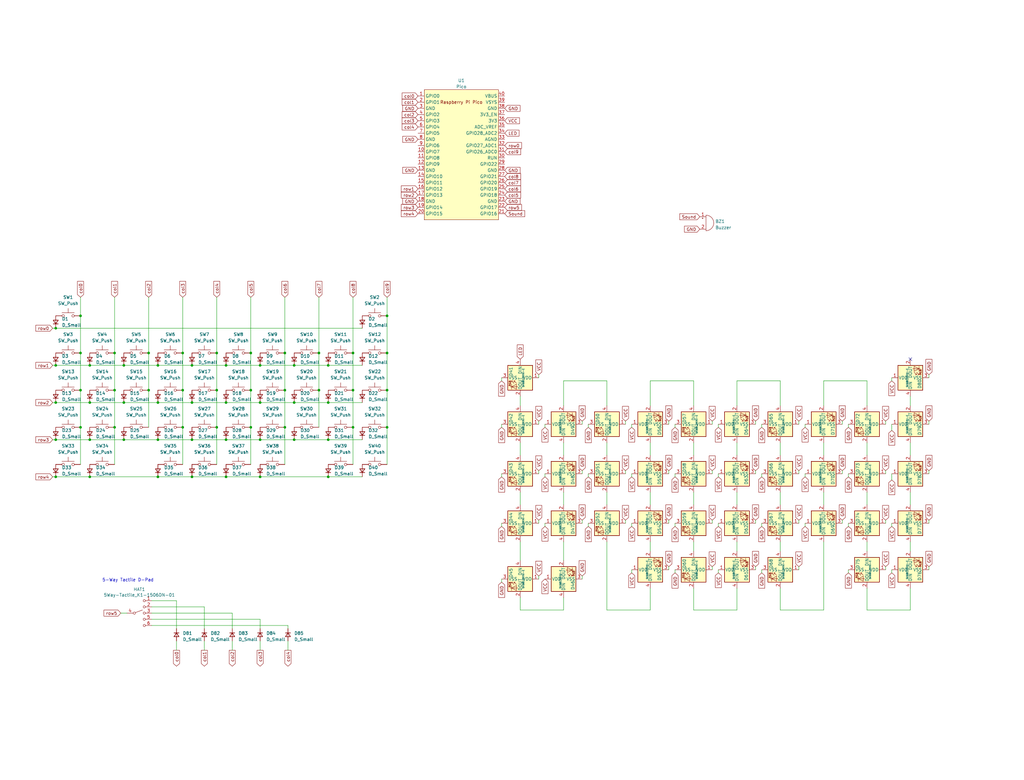
<source format=kicad_sch>
(kicad_sch (version 20230121) (generator eeschema)
  (paper "User" 419.989 319.989)
  (junction (at 102.87 175.26))
  (junction (at 22.86 195.58))
  (junction (at 88.9 175.26))
  (junction (at 144.78 144.78))
  (junction (at 50.8 180.34))
  (junction (at 64.77 165.1))
  (junction (at 144.78 175.26))
  (junction (at 88.9 144.78))
  (junction (at 92.71 180.34))
  (junction (at 158.75 160.02))
  (junction (at 36.83 149.86))
  (junction (at 130.81 144.78))
  (junction (at 36.83 180.34))
  (junction (at 134.62 165.1))
  (junction (at 106.68 195.58))
  (junction (at 106.68 165.1))
  (junction (at 116.84 160.02))
  (junction (at 46.99 175.26))
  (junction (at 102.87 160.02))
  (junction (at 102.87 144.78))
  (junction (at 64.77 149.86))
  (junction (at 120.65 165.1))
  (junction (at 78.74 180.34))
  (junction (at 46.99 144.78))
  (junction (at 92.71 149.86))
  (junction (at 22.86 149.86))
  (junction (at 60.96 144.78))
  (junction (at 120.65 149.86))
  (junction (at 64.77 195.58))
  (junction (at 78.74 195.58))
  (junction (at 74.93 144.78))
  (junction (at 144.78 160.02))
  (junction (at 130.81 160.02))
  (junction (at 36.83 195.58))
  (junction (at 116.84 144.78))
  (junction (at 22.86 165.1))
  (junction (at 33.02 175.26))
  (junction (at 106.68 149.86))
  (junction (at 36.83 165.1))
  (junction (at 50.8 165.1))
  (junction (at 74.93 160.02))
  (junction (at 33.02 129.54))
  (junction (at 158.75 144.78))
  (junction (at 78.74 165.1))
  (junction (at 106.68 180.34))
  (junction (at 46.99 160.02))
  (junction (at 134.62 149.86))
  (junction (at 120.65 180.34))
  (junction (at 33.02 144.78))
  (junction (at 158.75 175.26))
  (junction (at 134.62 195.58))
  (junction (at 64.77 180.34))
  (junction (at 92.71 165.1))
  (junction (at 60.96 160.02))
  (junction (at 88.9 160.02))
  (junction (at 33.02 160.02))
  (junction (at 78.74 149.86))
  (junction (at 22.86 134.62))
  (junction (at 116.84 175.26))
  (junction (at 134.62 180.34))
  (junction (at 92.71 195.58))
  (junction (at 74.93 175.26))
  (junction (at 50.8 149.86))
  (junction (at 22.86 180.34))
  (junction (at 158.75 129.54))
  (no_connect (at 373.38 147.32))
  (wire (pts (xy 83.82 262.89) (xy 83.82 266.7)))
  (wire (pts (xy 309.88 213.36) (xy 309.88 214.63)))
  (wire (pts (xy 337.82 166.37) (xy 337.82 156.21)))
  (wire (pts (xy 365.76 215.9) (xy 365.76 214.63)))
  (wire (pts (xy 64.77 165.1) (xy 78.74 165.1)))
  (wire (pts (xy 330.2 215.9) (xy 330.2 214.63)))
  (wire (pts (xy 347.98 175.26) (xy 347.98 173.99)))
  (wire (pts (xy 88.9 144.78) (xy 88.9 160.02)))
  (wire (pts (xy 238.76 236.22) (xy 238.76 237.49)))
  (wire (pts (xy 74.93 175.26) (xy 74.93 190.5)))
  (wire (pts (xy 231.14 156.21) (xy 248.92 156.21)))
  (wire (pts (xy 284.48 222.25) (xy 284.48 226.06)))
  (wire (pts (xy 363.22 213.36) (xy 363.22 214.63)))
  (wire (pts (xy 134.62 180.34) (xy 148.59 180.34)))
  (wire (pts (xy 337.82 156.21) (xy 355.6 156.21)))
  (wire (pts (xy 294.64 234.95) (xy 294.64 233.68)))
  (wire (pts (xy 213.36 201.93) (xy 213.36 207.01)))
  (wire (pts (xy 365.76 234.95) (xy 365.76 233.68)))
  (wire (pts (xy 327.66 232.41) (xy 327.66 233.68)))
  (wire (pts (xy 102.87 175.26) (xy 102.87 190.5)))
  (wire (pts (xy 363.22 193.04) (xy 363.22 194.31)))
  (wire (pts (xy 106.68 149.86) (xy 120.65 149.86)))
  (wire (pts (xy 116.84 121.92) (xy 116.84 144.78)))
  (wire (pts (xy 345.44 193.04) (xy 345.44 194.31)))
  (wire (pts (xy 21.59 149.86) (xy 22.86 149.86)))
  (wire (pts (xy 248.92 156.21) (xy 248.92 166.37)))
  (wire (pts (xy 46.99 144.78) (xy 46.99 160.02)))
  (wire (pts (xy 22.86 134.62) (xy 148.59 134.62)))
  (wire (pts (xy 365.76 176.53) (xy 365.76 173.99)))
  (wire (pts (xy 120.65 180.34) (xy 134.62 180.34)))
  (wire (pts (xy 347.98 234.95) (xy 347.98 233.68)))
  (wire (pts (xy 21.59 134.62) (xy 22.86 134.62)))
  (wire (pts (xy 144.78 121.92) (xy 144.78 144.78)))
  (wire (pts (xy 118.11 256.54) (xy 118.11 257.81)))
  (wire (pts (xy 106.68 254) (xy 106.68 257.81)))
  (wire (pts (xy 92.71 165.1) (xy 106.68 165.1)))
  (wire (pts (xy 276.86 215.9) (xy 276.86 214.63)))
  (wire (pts (xy 130.81 160.02) (xy 130.81 175.26)))
  (wire (pts (xy 259.08 215.9) (xy 259.08 214.63)))
  (wire (pts (xy 102.87 121.92) (xy 102.87 144.78)))
  (wire (pts (xy 74.93 144.78) (xy 74.93 160.02)))
  (wire (pts (xy 231.14 222.25) (xy 231.14 229.87)))
  (wire (pts (xy 120.65 165.1) (xy 134.62 165.1)))
  (wire (pts (xy 95.25 262.89) (xy 95.25 266.7)))
  (wire (pts (xy 50.8 165.1) (xy 64.77 165.1)))
  (wire (pts (xy 21.59 165.1) (xy 22.86 165.1)))
  (wire (pts (xy 337.82 222.25) (xy 337.82 250.19)))
  (wire (pts (xy 213.36 245.11) (xy 213.36 250.19)))
  (wire (pts (xy 223.52 175.26) (xy 223.52 173.99)))
  (wire (pts (xy 381 213.36) (xy 381 214.63)))
  (wire (pts (xy 330.2 195.58) (xy 330.2 194.31)))
  (wire (pts (xy 355.6 201.93) (xy 355.6 207.01)))
  (wire (pts (xy 320.04 156.21) (xy 320.04 166.37)))
  (wire (pts (xy 205.74 238.76) (xy 205.74 237.49)))
  (wire (pts (xy 78.74 180.34) (xy 92.71 180.34)))
  (wire (pts (xy 320.04 222.25) (xy 320.04 226.06)))
  (wire (pts (xy 274.32 232.41) (xy 274.32 233.68)))
  (wire (pts (xy 241.3 195.58) (xy 241.3 194.31)))
  (wire (pts (xy 36.83 195.58) (xy 64.77 195.58)))
  (wire (pts (xy 373.38 250.19) (xy 373.38 241.3)))
  (wire (pts (xy 274.32 193.04) (xy 274.32 194.31)))
  (wire (pts (xy 144.78 160.02) (xy 144.78 175.26)))
  (wire (pts (xy 284.48 201.93) (xy 284.48 207.01)))
  (wire (pts (xy 205.74 195.58) (xy 205.74 194.31)))
  (wire (pts (xy 50.8 149.86) (xy 64.77 149.86)))
  (wire (pts (xy 248.92 222.25) (xy 248.92 250.19)))
  (wire (pts (xy 72.39 246.38) (xy 72.39 257.81)))
  (wire (pts (xy 327.66 213.36) (xy 327.66 214.63)))
  (wire (pts (xy 294.64 215.9) (xy 294.64 214.63)))
  (wire (pts (xy 330.2 175.26) (xy 330.2 173.99)))
  (wire (pts (xy 158.75 175.26) (xy 158.75 190.5)))
  (wire (pts (xy 60.96 144.78) (xy 60.96 160.02)))
  (wire (pts (xy 220.98 153.67) (xy 220.98 154.94)))
  (wire (pts (xy 365.76 196.85) (xy 365.76 194.31)))
  (wire (pts (xy 337.82 201.93) (xy 337.82 207.01)))
  (wire (pts (xy 345.44 213.36) (xy 345.44 214.63)))
  (wire (pts (xy 22.86 195.58) (xy 36.83 195.58)))
  (wire (pts (xy 95.25 251.46) (xy 95.25 257.81)))
  (wire (pts (xy 292.1 172.72) (xy 292.1 173.99)))
  (wire (pts (xy 309.88 232.41) (xy 309.88 233.68)))
  (wire (pts (xy 88.9 175.26) (xy 88.9 190.5)))
  (wire (pts (xy 134.62 149.86) (xy 148.59 149.86)))
  (wire (pts (xy 223.52 195.58) (xy 223.52 194.31)))
  (wire (pts (xy 62.23 256.54) (xy 118.11 256.54)))
  (wire (pts (xy 231.14 201.93) (xy 231.14 207.01)))
  (wire (pts (xy 284.48 250.19) (xy 302.26 250.19)))
  (wire (pts (xy 144.78 144.78) (xy 144.78 160.02)))
  (wire (pts (xy 62.23 246.38) (xy 72.39 246.38)))
  (wire (pts (xy 106.68 195.58) (xy 134.62 195.58)))
  (wire (pts (xy 46.99 121.92) (xy 46.99 144.78)))
  (wire (pts (xy 78.74 165.1) (xy 92.71 165.1)))
  (wire (pts (xy 64.77 180.34) (xy 78.74 180.34)))
  (wire (pts (xy 284.48 181.61) (xy 284.48 186.69)))
  (wire (pts (xy 274.32 172.72) (xy 274.32 173.99)))
  (wire (pts (xy 266.7 222.25) (xy 266.7 226.06)))
  (wire (pts (xy 21.59 195.58) (xy 22.86 195.58)))
  (wire (pts (xy 158.75 144.78) (xy 158.75 160.02)))
  (wire (pts (xy 74.93 160.02) (xy 74.93 175.26)))
  (wire (pts (xy 22.86 165.1) (xy 36.83 165.1)))
  (wire (pts (xy 220.98 213.36) (xy 220.98 214.63)))
  (wire (pts (xy 213.36 181.61) (xy 213.36 186.69)))
  (wire (pts (xy 266.7 250.19) (xy 266.7 241.3)))
  (wire (pts (xy 102.87 144.78) (xy 102.87 160.02)))
  (wire (pts (xy 21.59 180.34) (xy 22.86 180.34)))
  (wire (pts (xy 320.04 241.3) (xy 320.04 250.19)))
  (wire (pts (xy 231.14 166.37) (xy 231.14 156.21)))
  (wire (pts (xy 292.1 213.36) (xy 292.1 214.63)))
  (wire (pts (xy 102.87 160.02) (xy 102.87 175.26)))
  (wire (pts (xy 92.71 180.34) (xy 106.68 180.34)))
  (wire (pts (xy 158.75 160.02) (xy 158.75 175.26)))
  (wire (pts (xy 363.22 172.72) (xy 363.22 173.99)))
  (wire (pts (xy 223.52 215.9) (xy 223.52 214.63)))
  (wire (pts (xy 259.08 175.26) (xy 259.08 173.99)))
  (wire (pts (xy 312.42 215.9) (xy 312.42 214.63)))
  (wire (pts (xy 62.23 251.46) (xy 95.25 251.46)))
  (wire (pts (xy 205.74 215.9) (xy 205.74 214.63)))
  (wire (pts (xy 106.68 165.1) (xy 120.65 165.1)))
  (wire (pts (xy 238.76 213.36) (xy 238.76 214.63)))
  (wire (pts (xy 294.64 175.26) (xy 294.64 173.99)))
  (wire (pts (xy 294.64 195.58) (xy 294.64 194.31)))
  (wire (pts (xy 292.1 232.41) (xy 292.1 233.68)))
  (wire (pts (xy 312.42 175.26) (xy 312.42 173.99)))
  (wire (pts (xy 205.74 156.21) (xy 205.74 154.94)))
  (wire (pts (xy 46.99 175.26) (xy 46.99 190.5)))
  (wire (pts (xy 248.92 181.61) (xy 248.92 186.69)))
  (wire (pts (xy 144.78 175.26) (xy 144.78 190.5)))
  (wire (pts (xy 74.93 121.92) (xy 74.93 144.78)))
  (wire (pts (xy 213.36 250.19) (xy 231.14 250.19)))
  (wire (pts (xy 231.14 250.19) (xy 231.14 245.11)))
  (wire (pts (xy 256.54 193.04) (xy 256.54 194.31)))
  (wire (pts (xy 134.62 165.1) (xy 148.59 165.1)))
  (wire (pts (xy 231.14 181.61) (xy 231.14 186.69)))
  (wire (pts (xy 116.84 144.78) (xy 116.84 160.02)))
  (wire (pts (xy 241.3 175.26) (xy 241.3 173.99)))
  (wire (pts (xy 213.36 222.25) (xy 213.36 229.87)))
  (wire (pts (xy 118.11 262.89) (xy 118.11 266.7)))
  (wire (pts (xy 158.75 121.92) (xy 158.75 129.54)))
  (wire (pts (xy 238.76 193.04) (xy 238.76 194.31)))
  (wire (pts (xy 320.04 181.61) (xy 320.04 186.69)))
  (wire (pts (xy 302.26 250.19) (xy 302.26 241.3)))
  (wire (pts (xy 302.26 166.37) (xy 302.26 156.21)))
  (wire (pts (xy 205.74 175.26) (xy 205.74 173.99)))
  (wire (pts (xy 284.48 241.3) (xy 284.48 250.19)))
  (wire (pts (xy 312.42 234.95) (xy 312.42 233.68)))
  (wire (pts (xy 62.23 248.92) (xy 83.82 248.92)))
  (wire (pts (xy 248.92 201.93) (xy 248.92 207.01)))
  (wire (pts (xy 355.6 222.25) (xy 355.6 226.06)))
  (wire (pts (xy 116.84 160.02) (xy 116.84 175.26)))
  (wire (pts (xy 381 232.41) (xy 381 233.68)))
  (wire (pts (xy 292.1 193.04) (xy 292.1 194.31)))
  (wire (pts (xy 33.02 175.26) (xy 33.02 190.5)))
  (wire (pts (xy 302.26 222.25) (xy 302.26 226.06)))
  (wire (pts (xy 259.08 195.58) (xy 259.08 194.31)))
  (wire (pts (xy 355.6 181.61) (xy 355.6 186.69)))
  (wire (pts (xy 266.7 201.93) (xy 266.7 207.01)))
  (wire (pts (xy 88.9 121.92) (xy 88.9 144.78)))
  (wire (pts (xy 381 153.67) (xy 381 154.94)))
  (wire (pts (xy 33.02 129.54) (xy 33.02 144.78)))
  (wire (pts (xy 220.98 236.22) (xy 220.98 237.49)))
  (wire (pts (xy 22.86 180.34) (xy 36.83 180.34)))
  (wire (pts (xy 36.83 149.86) (xy 50.8 149.86)))
  (wire (pts (xy 78.74 195.58) (xy 92.71 195.58)))
  (wire (pts (xy 266.7 181.61) (xy 266.7 186.69)))
  (wire (pts (xy 337.82 181.61) (xy 337.82 186.69)))
  (wire (pts (xy 373.38 201.93) (xy 373.38 207.01)))
  (wire (pts (xy 92.71 195.58) (xy 106.68 195.58)))
  (wire (pts (xy 64.77 195.58) (xy 78.74 195.58)))
  (wire (pts (xy 130.81 144.78) (xy 130.81 160.02)))
  (wire (pts (xy 50.8 180.34) (xy 64.77 180.34)))
  (wire (pts (xy 381 172.72) (xy 381 173.99)))
  (wire (pts (xy 327.66 172.72) (xy 327.66 173.99)))
  (wire (pts (xy 327.66 193.04) (xy 327.66 194.31)))
  (wire (pts (xy 302.26 201.93) (xy 302.26 207.01)))
  (wire (pts (xy 373.38 181.61) (xy 373.38 186.69)))
  (wire (pts (xy 276.86 234.95) (xy 276.86 233.68)))
  (wire (pts (xy 106.68 262.89) (xy 106.68 266.7)))
  (wire (pts (xy 248.92 250.19) (xy 266.7 250.19)))
  (wire (pts (xy 347.98 195.58) (xy 347.98 194.31)))
  (wire (pts (xy 373.38 222.25) (xy 373.38 226.06)))
  (wire (pts (xy 46.99 160.02) (xy 46.99 175.26)))
  (wire (pts (xy 158.75 129.54) (xy 158.75 144.78)))
  (wire (pts (xy 60.96 121.92) (xy 60.96 144.78)))
  (wire (pts (xy 274.32 213.36) (xy 274.32 214.63)))
  (wire (pts (xy 355.6 241.3) (xy 355.6 250.19)))
  (wire (pts (xy 355.6 250.19) (xy 373.38 250.19)))
  (wire (pts (xy 320.04 201.93) (xy 320.04 207.01)))
  (wire (pts (xy 381 193.04) (xy 381 194.31)))
  (wire (pts (xy 355.6 156.21) (xy 355.6 166.37)))
  (wire (pts (xy 256.54 172.72) (xy 256.54 173.99)))
  (wire (pts (xy 220.98 193.04) (xy 220.98 194.31)))
  (wire (pts (xy 320.04 250.19) (xy 337.82 250.19)))
  (wire (pts (xy 266.7 166.37) (xy 266.7 156.21)))
  (wire (pts (xy 309.88 172.72) (xy 309.88 173.99)))
  (wire (pts (xy 276.86 175.26) (xy 276.86 173.99)))
  (wire (pts (xy 213.36 162.56) (xy 213.36 166.37)))
  (wire (pts (xy 312.42 195.58) (xy 312.42 194.31)))
  (wire (pts (xy 33.02 144.78) (xy 33.02 160.02)))
  (wire (pts (xy 64.77 149.86) (xy 78.74 149.86)))
  (wire (pts (xy 88.9 160.02) (xy 88.9 175.26)))
  (wire (pts (xy 33.02 121.92) (xy 33.02 129.54)))
  (wire (pts (xy 134.62 195.58) (xy 148.59 195.58)))
  (wire (pts (xy 62.23 254) (xy 106.68 254)))
  (wire (pts (xy 256.54 213.36) (xy 256.54 214.63)))
  (wire (pts (xy 130.81 121.92) (xy 130.81 144.78)))
  (wire (pts (xy 373.38 162.56) (xy 373.38 166.37)))
  (wire (pts (xy 83.82 248.92) (xy 83.82 257.81)))
  (wire (pts (xy 36.83 165.1) (xy 50.8 165.1)))
  (wire (pts (xy 284.48 156.21) (xy 284.48 166.37)))
  (wire (pts (xy 309.88 193.04) (xy 309.88 194.31)))
  (wire (pts (xy 302.26 181.61) (xy 302.26 186.69)))
  (wire (pts (xy 60.96 160.02) (xy 60.96 175.26)))
  (wire (pts (xy 52.07 251.46) (xy 49.53 251.46)))
  (wire (pts (xy 241.3 215.9) (xy 241.3 214.63)))
  (wire (pts (xy 276.86 195.58) (xy 276.86 194.31)))
  (wire (pts (xy 220.98 172.72) (xy 220.98 173.99)))
  (wire (pts (xy 106.68 180.34) (xy 120.65 180.34)))
  (wire (pts (xy 92.71 149.86) (xy 106.68 149.86)))
  (wire (pts (xy 120.65 149.86) (xy 134.62 149.86)))
  (wire (pts (xy 345.44 172.72) (xy 345.44 173.99)))
  (wire (pts (xy 22.86 149.86) (xy 36.83 149.86)))
  (wire (pts (xy 259.08 234.95) (xy 259.08 233.68)))
  (wire (pts (xy 78.74 149.86) (xy 92.71 149.86)))
  (wire (pts (xy 116.84 175.26) (xy 116.84 190.5)))
  (wire (pts (xy 365.76 156.21) (xy 365.76 154.94)))
  (wire (pts (xy 363.22 232.41) (xy 363.22 233.68)))
  (wire (pts (xy 72.39 262.89) (xy 72.39 266.7)))
  (wire (pts (xy 36.83 180.34) (xy 50.8 180.34)))
  (wire (pts (xy 238.76 172.72) (xy 238.76 173.99)))
  (wire (pts (xy 302.26 156.21) (xy 320.04 156.21)))
  (wire (pts (xy 266.7 156.21) (xy 284.48 156.21)))
  (wire (pts (xy 33.02 160.02) (xy 33.02 175.26)))
  (wire (pts (xy 347.98 215.9) (xy 347.98 214.63)))
  (text "5-Way Tactile D-Pad" (at 41.91 238.76 0) (effects (font (size 1.27 1.27)) (justify left bottom)))
  (global_label "GND" (shape input) (at 312.42 234.95 270) (property "Intersheetrefs" "${INTERSHEET_REFS}" (effects hide)))
  (global_label "VCC" (shape input) (at 220.98 193.04 90) (property "Intersheetrefs" "${INTERSHEET_REFS}" (effects hide)))
  (global_label "GND" (shape input) (at 347.98 234.95 270) (property "Intersheetrefs" "${INTERSHEET_REFS}" (effects hide)))
  (global_label "GND" (shape input) (at 205.74 156.21 270) (property "Intersheetrefs" "${INTERSHEET_REFS}" (effects hide)))
  (global_label "col1" (shape input) (at 171.45 41.91 180) (property "Intersheetrefs" "${INTERSHEET_REFS}" (effects hide)))
  (global_label "VCC" (shape input) (at 256.54 193.04 90) (property "Intersheetrefs" "${INTERSHEET_REFS}" (effects hide)))
  (global_label "VCC" (shape input) (at 223.52 215.9 270) (property "Intersheetrefs" "${INTERSHEET_REFS}" (effects hide)))
  (global_label "GND" (shape input) (at 309.88 172.72 90) (property "Intersheetrefs" "${INTERSHEET_REFS}" (effects hide)))
  (global_label "VCC" (shape input) (at 223.52 195.58 270) (property "Intersheetrefs" "${INTERSHEET_REFS}" (effects hide)))
  (global_label "VCC" (shape input) (at 220.98 236.22 90) (property "Intersheetrefs" "${INTERSHEET_REFS}" (effects hide)))
  (global_label "VCC" (shape input) (at 223.52 175.26 270) (property "Intersheetrefs" "${INTERSHEET_REFS}" (effects hide)))
  (global_label "VCC" (shape input) (at 327.66 213.36 90) (property "Intersheetrefs" "${INTERSHEET_REFS}" (effects hide)))
  (global_label "row3" (shape input) (at 171.45 85.09 180) (property "Intersheetrefs" "${INTERSHEET_REFS}" (effects hide)))
  (global_label "col1" (shape input) (at 46.99 121.92 90) (property "Intersheetrefs" "${INTERSHEET_REFS}" (effects hide)))
  (global_label "GND" (shape input) (at 276.86 215.9 270) (property "Intersheetrefs" "${INTERSHEET_REFS}" (effects hide)))
  (global_label "GND" (shape input) (at 207.01 82.55 0) (property "Intersheetrefs" "${INTERSHEET_REFS}" (effects hide)))
  (global_label "col8" (shape input) (at 144.78 121.92 90) (property "Intersheetrefs" "${INTERSHEET_REFS}" (effects hide)))
  (global_label "GND" (shape input) (at 238.76 236.22 90) (property "Intersheetrefs" "${INTERSHEET_REFS}" (effects hide)))
  (global_label "row4" (shape input) (at 21.59 195.58 180) (property "Intersheetrefs" "${INTERSHEET_REFS}" (effects hide)))
  (global_label "row1" (shape input) (at 21.59 149.86 180) (property "Intersheetrefs" "${INTERSHEET_REFS}" (effects hide)))
  (global_label "GND" (shape input) (at 312.42 215.9 270) (property "Intersheetrefs" "${INTERSHEET_REFS}" (effects hide)))
  (global_label "GND" (shape input) (at 205.74 238.76 270) (property "Intersheetrefs" "${INTERSHEET_REFS}" (effects hide)))
  (global_label "VCC" (shape input) (at 292.1 213.36 90) (property "Intersheetrefs" "${INTERSHEET_REFS}" (effects hide)))
  (global_label "VCC" (shape input) (at 327.66 193.04 90) (property "Intersheetrefs" "${INTERSHEET_REFS}" (effects hide)))
  (global_label "GND" (shape input) (at 381 193.04 90) (property "Intersheetrefs" "${INTERSHEET_REFS}" (effects hide)))
  (global_label "GND" (shape input) (at 345.44 193.04 90) (property "Intersheetrefs" "${INTERSHEET_REFS}" (effects hide)))
  (global_label "GND" (shape input) (at 238.76 193.04 90) (property "Intersheetrefs" "${INTERSHEET_REFS}" (effects hide)))
  (global_label "GND" (shape input) (at 276.86 234.95 270) (property "Intersheetrefs" "${INTERSHEET_REFS}" (effects hide)))
  (global_label "GND" (shape input) (at 381 213.36 90) (property "Intersheetrefs" "${INTERSHEET_REFS}" (effects hide)))
  (global_label "VCC" (shape input) (at 365.76 196.85 270) (property "Intersheetrefs" "${INTERSHEET_REFS}" (effects hide)))
  (global_label "col3" (shape input) (at 74.93 121.92 90) (property "Intersheetrefs" "${INTERSHEET_REFS}" (effects hide)))
  (global_label "VCC" (shape input) (at 259.08 215.9 270) (property "Intersheetrefs" "${INTERSHEET_REFS}" (effects hide)))
  (global_label "VCC" (shape input) (at 292.1 172.72 90) (property "Intersheetrefs" "${INTERSHEET_REFS}" (effects hide)))
  (global_label "col6" (shape input) (at 116.84 121.92 90) (property "Intersheetrefs" "${INTERSHEET_REFS}" (effects hide)))
  (global_label "GND" (shape input) (at 207.01 44.45 0) (property "Intersheetrefs" "${INTERSHEET_REFS}" (effects hide)))
  (global_label "VCC" (shape input) (at 365.76 215.9 270) (property "Intersheetrefs" "${INTERSHEET_REFS}" (effects hide)))
  (global_label "col2" (shape output) (at 95.25 266.7 270) (property "Intersheetrefs" "${INTERSHEET_REFS}" (effects hide)))
  (global_label "col5" (shape input) (at 102.87 121.92 90) (property "Intersheetrefs" "${INTERSHEET_REFS}" (effects hide)))
  (global_label "VCC" (shape input) (at 256.54 213.36 90) (property "Intersheetrefs" "${INTERSHEET_REFS}" (effects hide)))
  (global_label "col7" (shape input) (at 130.81 121.92 90) (property "Intersheetrefs" "${INTERSHEET_REFS}" (effects hide)))
  (global_label "row1" (shape input) (at 171.45 77.47 180) (property "Intersheetrefs" "${INTERSHEET_REFS}" (effects hide)))
  (global_label "VCC" (shape input) (at 256.54 172.72 90) (property "Intersheetrefs" "${INTERSHEET_REFS}" (effects hide)))
  (global_label "GND" (shape input) (at 276.86 175.26 270) (property "Intersheetrefs" "${INTERSHEET_REFS}" (effects hide)))
  (global_label "VCC" (shape input) (at 292.1 193.04 90) (property "Intersheetrefs" "${INTERSHEET_REFS}" (effects hide)))
  (global_label "col0" (shape input) (at 171.45 39.37 180) (property "Intersheetrefs" "${INTERSHEET_REFS}" (effects hide)))
  (global_label "GND" (shape input) (at 274.32 172.72 90) (property "Intersheetrefs" "${INTERSHEET_REFS}" (effects hide)))
  (global_label "GND" (shape input) (at 171.45 44.45 180) (property "Intersheetrefs" "${INTERSHEET_REFS}" (effects hide)))
  (global_label "VCC" (shape input) (at 365.76 156.21 270) (property "Intersheetrefs" "${INTERSHEET_REFS}" (effects hide)))
  (global_label "col3" (shape input) (at 171.45 49.53 180) (property "Intersheetrefs" "${INTERSHEET_REFS}" (effects hide)))
  (global_label "VCC" (shape input) (at 259.08 234.95 270) (property "Intersheetrefs" "${INTERSHEET_REFS}" (effects hide)))
  (global_label "VCC" (shape input) (at 223.52 237.49 270) (property "Intersheetrefs" "${INTERSHEET_REFS}" (effects hide)))
  (global_label "GND" (shape input) (at 345.44 172.72 90) (property "Intersheetrefs" "${INTERSHEET_REFS}" (effects hide)))
  (global_label "row5" (shape input) (at 207.01 85.09 0) (property "Intersheetrefs" "${INTERSHEET_REFS}" (effects hide)))
  (global_label "col9" (shape input) (at 158.75 121.92 90) (property "Intersheetrefs" "${INTERSHEET_REFS}" (effects hide)))
  (global_label "GND" (shape input) (at 276.86 195.58 270) (property "Intersheetrefs" "${INTERSHEET_REFS}" (effects hide)))
  (global_label "col4" (shape input) (at 171.45 52.07 180) (property "Intersheetrefs" "${INTERSHEET_REFS}" (effects hide)))
  (global_label "col0" (shape output) (at 72.39 266.7 270) (property "Intersheetrefs" "${INTERSHEET_REFS}" (effects hide)))
  (global_label "col8" (shape input) (at 207.01 72.39 0) (property "Intersheetrefs" "${INTERSHEET_REFS}" (effects hide)))
  (global_label "VCC" (shape input) (at 294.64 234.95 270) (property "Intersheetrefs" "${INTERSHEET_REFS}" (effects hide)))
  (global_label "VCC" (shape input) (at 330.2 215.9 270) (property "Intersheetrefs" "${INTERSHEET_REFS}" (effects hide)))
  (global_label "VCC" (shape input) (at 330.2 175.26 270) (property "Intersheetrefs" "${INTERSHEET_REFS}" (effects hide)))
  (global_label "GND" (shape input) (at 241.3 215.9 270) (property "Intersheetrefs" "${INTERSHEET_REFS}" (effects hide)))
  (global_label "col5" (shape input) (at 207.01 80.01 0) (property "Intersheetrefs" "${INTERSHEET_REFS}" (effects hide)))
  (global_label "col2" (shape input) (at 60.96 121.92 90) (property "Intersheetrefs" "${INTERSHEET_REFS}" (effects hide)))
  (global_label "GND" (shape input) (at 274.32 213.36 90) (property "Intersheetrefs" "${INTERSHEET_REFS}" (effects hide)))
  (global_label "VCC" (shape input) (at 330.2 195.58 270) (property "Intersheetrefs" "${INTERSHEET_REFS}" (effects hide)))
  (global_label "GND" (shape input) (at 205.74 195.58 270) (property "Intersheetrefs" "${INTERSHEET_REFS}" (effects hide)))
  (global_label "GND" (shape input) (at 381 153.67 90) (property "Intersheetrefs" "${INTERSHEET_REFS}" (effects hide)))
  (global_label "col9" (shape input) (at 207.01 62.23 0) (property "Intersheetrefs" "${INTERSHEET_REFS}" (effects hide)))
  (global_label "VCC" (shape input) (at 365.76 234.95 270) (property "Intersheetrefs" "${INTERSHEET_REFS}" (effects hide)))
  (global_label "VCC" (shape input) (at 259.08 195.58 270) (property "Intersheetrefs" "${INTERSHEET_REFS}" (effects hide)))
  (global_label "GND" (shape input) (at 205.74 175.26 270) (property "Intersheetrefs" "${INTERSHEET_REFS}" (effects hide)))
  (global_label "Sound" (shape input) (at 207.01 87.63 0) (property "Intersheetrefs" "${INTERSHEET_REFS}" (effects hide)))
  (global_label "GND" (shape input) (at 345.44 213.36 90) (property "Intersheetrefs" "${INTERSHEET_REFS}" (effects hide)))
  (global_label "VCC" (shape input) (at 220.98 153.67 90) (property "Intersheetrefs" "${INTERSHEET_REFS}" (effects hide)))
  (global_label "VCC" (shape input) (at 220.98 213.36 90) (property "Intersheetrefs" "${INTERSHEET_REFS}" (effects hide)))
  (global_label "VCC" (shape input) (at 327.66 172.72 90) (property "Intersheetrefs" "${INTERSHEET_REFS}" (effects hide)))
  (global_label "GND" (shape input) (at 238.76 172.72 90) (property "Intersheetrefs" "${INTERSHEET_REFS}" (effects hide)))
  (global_label "GND" (shape input) (at 241.3 175.26 270) (property "Intersheetrefs" "${INTERSHEET_REFS}" (effects hide)))
  (global_label "col7" (shape input) (at 207.01 74.93 0) (property "Intersheetrefs" "${INTERSHEET_REFS}" (effects hide)))
  (global_label "VCC" (shape input) (at 294.64 175.26 270) (property "Intersheetrefs" "${INTERSHEET_REFS}" (effects hide)))
  (global_label "GND" (shape input) (at 171.45 82.55 180) (property "Intersheetrefs" "${INTERSHEET_REFS}" (effects hide)))
  (global_label "VCC" (shape input) (at 363.22 193.04 90) (property "Intersheetrefs" "${INTERSHEET_REFS}" (effects hide)))
  (global_label "GND" (shape input) (at 241.3 195.58 270) (property "Intersheetrefs" "${INTERSHEET_REFS}" (effects hide)))
  (global_label "GND" (shape input) (at 381 232.41 90) (property "Intersheetrefs" "${INTERSHEET_REFS}" (effects hide)))
  (global_label "col4" (shape input) (at 88.9 121.92 90) (property "Intersheetrefs" "${INTERSHEET_REFS}" (effects hide)))
  (global_label "VCC" (shape input) (at 294.64 195.58 270) (property "Intersheetrefs" "${INTERSHEET_REFS}" (effects hide)))
  (global_label "GND" (shape input) (at 347.98 195.58 270) (property "Intersheetrefs" "${INTERSHEET_REFS}" (effects hide)))
  (global_label "GND" (shape input) (at 287.02 93.98 180) (property "Intersheetrefs" "${INTERSHEET_REFS}" (effects hide)))
  (global_label "col6" (shape input) (at 207.01 77.47 0) (property "Intersheetrefs" "${INTERSHEET_REFS}" (effects hide)))
  (global_label "GND" (shape input) (at 347.98 215.9 270) (property "Intersheetrefs" "${INTERSHEET_REFS}" (effects hide)))
  (global_label "col0" (shape input) (at 33.02 121.92 90) (property "Intersheetrefs" "${INTERSHEET_REFS}" (effects hide)))
  (global_label "col3" (shape output) (at 106.68 266.7 270) (property "Intersheetrefs" "${INTERSHEET_REFS}" (effects hide)))
  (global_label "col4" (shape output) (at 118.11 266.7 270) (property "Intersheetrefs" "${INTERSHEET_REFS}" (effects hide)))
  (global_label "VCC" (shape input) (at 207.01 49.53 0) (property "Intersheetrefs" "${INTERSHEET_REFS}" (effects hide)))
  (global_label "GND" (shape input) (at 274.32 232.41 90) (property "Intersheetrefs" "${INTERSHEET_REFS}" (effects hide)))
  (global_label "row4" (shape input) (at 171.45 87.63 180) (property "Intersheetrefs" "${INTERSHEET_REFS}" (effects hide)))
  (global_label "GND" (shape input) (at 171.45 57.15 180) (property "Intersheetrefs" "${INTERSHEET_REFS}" (effects hide)))
  (global_label "VCC" (shape input) (at 294.64 215.9 270) (property "Intersheetrefs" "${INTERSHEET_REFS}" (effects hide)))
  (global_label "VCC" (shape input) (at 363.22 213.36 90) (property "Intersheetrefs" "${INTERSHEET_REFS}" (effects hide)))
  (global_label "GND" (shape input) (at 312.42 195.58 270) (property "Intersheetrefs" "${INTERSHEET_REFS}" (effects hide)))
  (global_label "LED" (shape input) (at 207.01 54.61 0) (property "Intersheetrefs" "${INTERSHEET_REFS}" (effects hide)))
  (global_label "VCC" (shape input) (at 363.22 232.41 90) (property "Intersheetrefs" "${INTERSHEET_REFS}" (effects hide)))
  (global_label "GND" (shape input) (at 309.88 232.41 90) (property "Intersheetrefs" "${INTERSHEET_REFS}" (effects hide)))
  (global_label "row0" (shape input) (at 21.59 134.62 180) (property "Intersheetrefs" "${INTERSHEET_REFS}" (effects hide)))
  (global_label "GND" (shape input) (at 309.88 193.04 90) (property "Intersheetrefs" "${INTERSHEET_REFS}" (effects hide)))
  (global_label "GND" (shape input) (at 381 172.72 90) (property "Intersheetrefs" "${INTERSHEET_REFS}" (effects hide)))
  (global_label "GND" (shape input) (at 312.42 175.26 270) (property "Intersheetrefs" "${INTERSHEET_REFS}" (effects hide)))
  (global_label "VCC" (shape input) (at 327.66 232.41 90) (property "Intersheetrefs" "${INTERSHEET_REFS}" (effects hide)))
  (global_label "VCC" (shape input) (at 220.98 172.72 90) (property "Intersheetrefs" "${INTERSHEET_REFS}" (effects hide)))
  (global_label "GND" (shape input) (at 171.45 69.85 180) (property "Intersheetrefs" "${INTERSHEET_REFS}" (effects hide)))
  (global_label "GND" (shape input) (at 274.32 193.04 90) (property "Intersheetrefs" "${INTERSHEET_REFS}" (effects hide)))
  (global_label "GND" (shape input) (at 347.98 175.26 270) (property "Intersheetrefs" "${INTERSHEET_REFS}" (effects hide)))
  (global_label "row0" (shape input) (at 207.01 59.69 0) (property "Intersheetrefs" "${INTERSHEET_REFS}" (effects hide)))
  (global_label "GND" (shape input) (at 238.76 213.36 90) (property "Intersheetrefs" "${INTERSHEET_REFS}" (effects hide)))
  (global_label "VCC" (shape input) (at 292.1 232.41 90) (property "Intersheetrefs" "${INTERSHEET_REFS}" (effects hide)))
  (global_label "col1" (shape output) (at 83.82 266.7 270) (property "Intersheetrefs" "${INTERSHEET_REFS}" (effects hide)))
  (global_label "row3" (shape input) (at 21.59 180.34 180) (property "Intersheetrefs" "${INTERSHEET_REFS}" (effects hide)))
  (global_label "LED" (shape input) (at 213.36 147.32 90) (property "Intersheetrefs" "${INTERSHEET_REFS}" (effects hide)))
  (global_label "GND" (shape input) (at 207.01 69.85 0) (property "Intersheetrefs" "${INTERSHEET_REFS}" (effects hide)))
  (global_label "row5" (shape input) (at 49.53 251.46 180) (property "Intersheetrefs" "${INTERSHEET_REFS}" (effects hide)))
  (global_label "GND" (shape input) (at 309.88 213.36 90) (property "Intersheetrefs" "${INTERSHEET_REFS}" (effects hide)))
  (global_label "row2" (shape input) (at 21.59 165.1 180) (property "Intersheetrefs" "${INTERSHEET_REFS}" (effects hide)))
  (global_label "col2" (shape input) (at 171.45 46.99 180) (property "Intersheetrefs" "${INTERSHEET_REFS}" (effects hide)))
  (global_label "Sound" (shape input) (at 287.02 88.9 180) (property "Intersheetrefs" "${INTERSHEET_REFS}" (effects hide)))
  (global_label "VCC" (shape input) (at 363.22 172.72 90) (property "Intersheetrefs" "${INTERSHEET_REFS}" (effects hide)))
  (global_label "VCC" (shape input) (at 365.76 176.53 270) (property "Intersheetrefs" "${INTERSHEET_REFS}" (effects hide)))
  (global_label "GND" (shape input) (at 205.74 215.9 270) (property "Intersheetrefs" "${INTERSHEET_REFS}" (effects hide)))
  (global_label "VCC" (shape input) (at 259.08 175.26 270) (property "Intersheetrefs" "${INTERSHEET_REFS}" (effects hide)))
  (global_label "row2" (shape input) (at 171.45 80.01 180) (property "Intersheetrefs" "${INTERSHEET_REFS}" (effects hide)))
  (symbol (lib_id "Best Symbol Library Final v3:SW_Push") (at 27.94 144.78 0) (unit 1)
    (property "Reference" "SW3" (at 27.94 137.16 0))
    (property "Value" "SW_Push" (at 27.94 139.7 0))
    (property "Footprint" "UWUmasterGatekeeperHusoLib:Kailh_socket_PG1350 LED Window ME Version V2 mit 3d purpz" (effects hide))
  )
  (symbol (lib_id "Best Symbol Library Final v3:SW_Push") (at 97.79 190.5 0) (unit 1)
    (property "Reference" "SW37" (at 97.79 182.88 0))
    (property "Value" "SW_Push" (at 97.79 185.42 0))
    (property "Footprint" "UWUmasterGatekeeperHusoLib:Kailh_socket_PG1350 LED Window ME Version V2 mit 3d purpz" (effects hide))
  )
  (symbol (lib_id "Best Symbol Library Final v3:D_Small") (at 64.77 162.56 90) (unit 1)
    (property "Reference" "D16" (at 67.31 161.2899 90) (effects (justify right)))
    (property "Value" "D_Small" (at 67.31 163.8299 90) (effects (justify right)))
    (property "Footprint" "UWUmasterGatekeeperHusoLib:Diode_SOD123 triangle clean" (effects hide))
  )
  (symbol (lib_id "Best Symbol Library Final v3:SK6812MINI-E") (at 248.92 173.99 270) (unit 1)
    (property "Reference" "D50" (at 245.11 171.45 0))
    (property "Value" "SK6812MINI-E" (at 250.19 173.99 0) (effects (font (size 0.7 0.7))))
    (property "Footprint" "UWUmasterGatekeeperHusoLib:SK6812-MINI-E mit LED v2 ohne silk LED FRAME" (effects hide))
  )
  (symbol (lib_id "Best Symbol Library Final v3:SW_Push") (at 139.7 190.5 0) (unit 1)
    (property "Reference" "SW39" (at 139.7 182.88 0))
    (property "Value" "SW_Push" (at 139.7 185.42 0))
    (property "Footprint" "UWUmasterGatekeeperHusoLib:Kailh_socket_PG1350 LED Window ME Version V2 mit 3d purpz" (effects hide))
  )
  (symbol (lib_id "Best Symbol Library Final v3:SW_Push") (at 27.94 190.5 0) (unit 1)
    (property "Reference" "SW33" (at 27.94 182.88 0))
    (property "Value" "SW_Push" (at 27.94 185.42 0))
    (property "Footprint" "UWUmasterGatekeeperHusoLib:Kailh_socket_PG1350 LED Window ME Version V2 mit 3d purpz" (effects hide))
  )
  (symbol (lib_id "Best Symbol Library Final v3:SW_Push") (at 111.76 144.78 0) (unit 1)
    (property "Reference" "SW9" (at 111.76 137.16 0))
    (property "Value" "SW_Push" (at 111.76 139.7 0))
    (property "Footprint" "UWUmasterGatekeeperHusoLib:Kailh_socket_PG1350 LED Window ME Version V2 mit 3d purpz" (effects hide))
  )
  (symbol (lib_id "Best Symbol Library Final v3:SK6812MINI-E") (at 373.38 233.68 90) (unit 1)
    (property "Reference" "D76" (at 377.19 236.22 0))
    (property "Value" "SK6812MINI-E" (at 372.11 233.68 0) (effects (font (size 0.7 0.7))))
    (property "Footprint" "UWUmasterGatekeeperHusoLib:SK6812-MINI-E mit LED v2 ohne silk LED FRAME" (effects hide))
  )
  (symbol (lib_id "Best Symbol Library Final v3:D_Small") (at 106.68 177.8 90) (unit 1)
    (property "Reference" "D29" (at 109.22 176.5299 90) (effects (justify right)))
    (property "Value" "D_Small" (at 109.22 179.0699 90) (effects (justify right)))
    (property "Footprint" "UWUmasterGatekeeperHusoLib:Diode_SOD123 triangle clean" (effects hide))
  )
  (symbol (lib_id "Best Symbol Library Final v3:D_Small") (at 95.25 260.35 270) (unit 1)
    (property "Reference" "D83" (at 97.79 259.715 90) (effects (justify left)))
    (property "Value" "D_Small" (at 97.79 262.255 90) (effects (justify left)))
    (property "Footprint" "UWUmasterGatekeeperHusoLib:Diode_SOD123 triangle clean" (effects hide))
  )
  (symbol (lib_id "Best Symbol Library Final v3:SW_Push") (at 83.82 190.5 0) (unit 1)
    (property "Reference" "SW36" (at 83.82 182.88 0))
    (property "Value" "SW_Push" (at 83.82 185.42 0))
    (property "Footprint" "UWUmasterGatekeeperHusoLib:Kailh_socket_PG1350 LED Window ME Version V2 mit 3d purpz" (effects hide))
  )
  (symbol (lib_id "Best Symbol Library Final v3:D_Small") (at 148.59 193.04 90) (unit 1)
    (property "Reference" "D40" (at 151.13 191.7699 90) (effects (justify right)))
    (property "Value" "D_Small" (at 151.13 194.3099 90) (effects (justify right)))
    (property "Footprint" "UWUmasterGatekeeperHusoLib:Diode_SOD123 triangle clean" (effects hide))
  )
  (symbol (lib_id "Best Symbol Library Final v3:SK6812MINI-E") (at 302.26 194.31 90) (unit 1)
    (property "Reference" "D63" (at 306.07 196.85 0))
    (property "Value" "SK6812MINI-E" (at 300.99 194.31 0) (effects (font (size 0.7 0.7))))
    (property "Footprint" "UWUmasterGatekeeperHusoLib:SK6812-MINI-E mit LED v2 ohne silk LED FRAME" (effects hide))
  )
  (symbol (lib_id "Best Symbol Library Final v3:SK6812MINI-E") (at 213.36 154.94 270) (unit 1)
    (property "Reference" "D41" (at 209.55 152.4 0))
    (property "Value" "SK6812MINI-E" (at 214.63 154.94 0) (effects (font (size 0.7 0.7))))
    (property "Footprint" "UWUmasterGatekeeperHusoLib:SK6812-MINI-E mit LED v2 ohne silk LED FRAME" (effects hide))
  )
  (symbol (lib_id "Best Symbol Library Final v3:SK6812MINI-E") (at 355.6 194.31 270) (unit 1)
    (property "Reference" "D73" (at 351.79 191.77 0))
    (property "Value" "SK6812MINI-E" (at 356.87 194.31 0) (effects (font (size 0.7 0.7))))
    (property "Footprint" "UWUmasterGatekeeperHusoLib:SK6812-MINI-E mit LED v2 ohne silk LED FRAME" (effects hide))
  )
  (symbol (lib_id "Best Symbol Library Final v3:D_Small") (at 134.62 177.8 90) (unit 1)
    (property "Reference" "D31" (at 137.16 176.5299 90) (effects (justify right)))
    (property "Value" "D_Small" (at 137.16 179.0699 90) (effects (justify right)))
    (property "Footprint" "UWUmasterGatekeeperHusoLib:Diode_SOD123 triangle clean" (effects hide))
  )
  (symbol (lib_id "Best Symbol Library Final v3:SK6812MINI-E") (at 373.38 173.99 90) (unit 1)
    (property "Reference" "D79" (at 377.19 176.53 0))
    (property "Value" "SK6812MINI-E" (at 372.11 173.99 0) (effects (font (size 0.7 0.7))))
    (property "Footprint" "UWUmasterGatekeeperHusoLib:SK6812-MINI-E mit LED v2 ohne silk LED FRAME" (effects hide))
  )
  (symbol (lib_id "Best Symbol Library Final v3:D_Small") (at 50.8 147.32 90) (unit 1)
    (property "Reference" "D5" (at 53.34 146.0499 90) (effects (justify right)))
    (property "Value" "D_Small" (at 53.34 148.5899 90) (effects (justify right)))
    (property "Footprint" "UWUmasterGatekeeperHusoLib:Diode_SOD123 triangle clean" (effects hide))
  )
  (symbol (lib_id "Best Symbol Library Final v3:SK6812MINI-E") (at 320.04 214.63 270) (unit 1)
    (property "Reference" "D67" (at 316.23 212.09 0))
    (property "Value" "SK6812MINI-E" (at 321.31 214.63 0) (effects (font (size 0.7 0.7))))
    (property "Footprint" "UWUmasterGatekeeperHusoLib:SK6812-MINI-E mit LED v2 ohne silk LED FRAME" (effects hide))
  )
  (symbol (lib_id "Best Symbol Library Final v3:SW_Push") (at 55.88 160.02 0) (unit 1)
    (property "Reference" "SW15" (at 55.88 152.4 0))
    (property "Value" "SW_Push" (at 55.88 154.94 0))
    (property "Footprint" "UWUmasterGatekeeperHusoLib:Kailh_socket_PG1350 LED Window ME Version V2 mit 3d purpz" (effects hide))
  )
  (symbol (lib_id "Best Symbol Library Final v3:SW_Push") (at 139.7 160.02 0) (unit 1)
    (property "Reference" "SW21" (at 139.7 152.4 0))
    (property "Value" "SW_Push" (at 139.7 154.94 0))
    (property "Footprint" "UWUmasterGatekeeperHusoLib:Kailh_socket_PG1350 LED Window ME Version V2 mit 3d purpz" (effects hide))
  )
  (symbol (lib_id "Best Symbol Library Final v3:D_Small") (at 120.65 147.32 90) (unit 1)
    (property "Reference" "D10" (at 123.19 146.0499 90) (effects (justify right)))
    (property "Value" "D_Small" (at 123.19 148.5899 90) (effects (justify right)))
    (property "Footprint" "UWUmasterGatekeeperHusoLib:Diode_SOD123 triangle clean" (effects hide))
  )
  (symbol (lib_id "Best Symbol Library Final v3:SK6812MINI-E") (at 284.48 173.99 270) (unit 1)
    (property "Reference" "D57" (at 280.67 171.45 0))
    (property "Value" "SK6812MINI-E" (at 285.75 173.99 0) (effects (font (size 0.7 0.7))))
    (property "Footprint" "UWUmasterGatekeeperHusoLib:SK6812-MINI-E mit LED v2 ohne silk LED FRAME" (effects hide))
  )
  (symbol (lib_id "Best Symbol Library Final v3:D_Small") (at 83.82 260.35 270) (unit 1)
    (property "Reference" "D82" (at 86.36 259.715 90) (effects (justify left)))
    (property "Value" "D_Small" (at 86.36 262.255 90) (effects (justify left)))
    (property "Footprint" "UWUmasterGatekeeperHusoLib:Diode_SOD123 triangle clean" (effects hide))
  )
  (symbol (lib_id "Best Symbol Library Final v3:SK6812MINI-E") (at 302.26 233.68 90) (unit 1)
    (property "Reference" "D61" (at 306.07 236.22 0))
    (property "Value" "SK6812MINI-E" (at 300.99 233.68 0) (effects (font (size 0.7 0.7))))
    (property "Footprint" "UWUmasterGatekeeperHusoLib:SK6812-MINI-E mit LED v2 ohne silk LED FRAME" (effects hide))
  )
  (symbol (lib_id "Best Symbol Library Final v3:D_Small") (at 134.62 147.32 90) (unit 1)
    (property "Reference" "D11" (at 137.16 146.0499 90) (effects (justify right)))
    (property "Value" "D_Small" (at 137.16 148.5899 90) (effects (justify right)))
    (property "Footprint" "UWUmasterGatekeeperHusoLib:Diode_SOD123 triangle clean" (effects hide))
  )
  (symbol (lib_id "Best Symbol Library Final v3:SW_Push") (at 111.76 190.5 0) (unit 1)
    (property "Reference" "SW38" (at 111.76 182.88 0))
    (property "Value" "SW_Push" (at 111.76 185.42 0))
    (property "Footprint" "UWUmasterGatekeeperHusoLib:Kailh_socket_PG1350 LED Window ME Version V2 mit 3d purpz" (effects hide))
  )
  (symbol (lib_id "Best Symbol Library Final v3:SK6812MINI-E") (at 213.36 237.49 270) (unit 1)
    (property "Reference" "D45" (at 209.55 234.95 0))
    (property "Value" "SK6812MINI-E" (at 214.63 237.49 0) (effects (font (size 0.7 0.7))))
    (property "Footprint" "UWUmasterGatekeeperHusoLib:SK6812-MINI-E mit LED v2 ohne silk LED FRAME" (effects hide))
  )
  (symbol (lib_id "Best Symbol Library Final v3:SK6812MINI-E") (at 248.92 194.31 270) (unit 1)
    (property "Reference" "D51" (at 245.11 191.77 0))
    (property "Value" "SK6812MINI-E" (at 250.19 194.31 0) (effects (font (size 0.7 0.7))))
    (property "Footprint" "UWUmasterGatekeeperHusoLib:SK6812-MINI-E mit LED v2 ohne silk LED FRAME" (effects hide))
  )
  (symbol (lib_id "Best Symbol Library Final v3:D_Small") (at 118.11 260.35 270) (unit 1)
    (property "Reference" "D85" (at 120.65 259.715 90) (effects (justify left)))
    (property "Value" "D_Small" (at 120.65 262.255 90) (effects (justify left)))
    (property "Footprint" "UWUmasterGatekeeperHusoLib:Diode_SOD123 triangle clean" (effects hide))
  )
  (symbol (lib_id "Best Symbol Library Final v3:SW_Push") (at 69.85 175.26 0) (unit 1)
    (property "Reference" "SW26" (at 69.85 167.64 0))
    (property "Value" "SW_Push" (at 69.85 170.18 0))
    (property "Footprint" "UWUmasterGatekeeperHusoLib:Kailh_socket_PG1350 LED Window ME Version V2 mit 3d purpz" (effects hide))
  )
  (symbol (lib_id "Best Symbol Library Final v3:D_Small") (at 92.71 162.56 90) (unit 1)
    (property "Reference" "D18" (at 95.25 161.2899 90) (effects (justify right)))
    (property "Value" "D_Small" (at 95.25 163.8299 90) (effects (justify right)))
    (property "Footprint" "UWUmasterGatekeeperHusoLib:Diode_SOD123 triangle clean" (effects hide))
  )
  (symbol (lib_id "Best Symbol Library Final v3:D_Small") (at 64.77 177.8 90) (unit 1)
    (property "Reference" "D26" (at 67.31 176.5299 90) (effects (justify right)))
    (property "Value" "D_Small" (at 67.31 179.0699 90) (effects (justify right)))
    (property "Footprint" "UWUmasterGatekeeperHusoLib:Diode_SOD123 triangle clean" (effects hide))
  )
  (symbol (lib_id "Best Symbol Library Final v3:SW_Push") (at 139.7 144.78 0) (unit 1)
    (property "Reference" "SW11" (at 139.7 137.16 0))
    (property "Value" "SW_Push" (at 139.7 139.7 0))
    (property "Footprint" "UWUmasterGatekeeperHusoLib:Kailh_socket_PG1350 LED Window ME Version V2 mit 3d purpz" (effects hide))
  )
  (symbol (lib_id "Best Symbol Library Final v3:SK6812MINI-E") (at 337.82 194.31 90) (unit 1)
    (property "Reference" "D70" (at 341.63 196.85 0))
    (property "Value" "SK6812MINI-E" (at 336.55 194.31 0) (effects (font (size 0.7 0.7))))
    (property "Footprint" "UWUmasterGatekeeperHusoLib:SK6812-MINI-E mit LED v2 ohne silk LED FRAME" (effects hide))
  )
  (symbol (lib_id "Best Symbol Library Final v3:SW_Push") (at 55.88 175.26 0) (unit 1)
    (property "Reference" "SW25" (at 55.88 167.64 0))
    (property "Value" "SW_Push" (at 55.88 170.18 0))
    (property "Footprint" "UWUmasterGatekeeperHusoLib:Kailh_socket_PG1350 LED Window ME Version V2 mit 3d purpz" (effects hide))
  )
  (symbol (lib_id "Best Symbol Library Final v3:SW_Push") (at 153.67 144.78 0) (unit 1)
    (property "Reference" "SW12" (at 153.67 137.16 0))
    (property "Value" "SW_Push" (at 153.67 139.7 0))
    (property "Footprint" "UWUmasterGatekeeperHusoLib:Kailh_socket_PG1350 LED Window ME Version V2 mit 3d purpz" (effects hide))
  )
  (symbol (lib_id "Best Symbol Library Final v3:SK6812MINI-E") (at 231.14 194.31 90) (unit 1)
    (property "Reference" "D48" (at 234.95 196.85 0))
    (property "Value" "SK6812MINI-E" (at 229.87 194.31 0) (effects (font (size 0.7 0.7))))
    (property "Footprint" "UWUmasterGatekeeperHusoLib:SK6812-MINI-E mit LED v2 ohne silk LED FRAME" (effects hide))
  )
  (symbol (lib_id "Best Symbol Library Final v3:D_Small") (at 92.71 177.8 90) (unit 1)
    (property "Reference" "D28" (at 95.25 176.5299 90) (effects (justify right)))
    (property "Value" "D_Small" (at 95.25 179.0699 90) (effects (justify right)))
    (property "Footprint" "UWUmasterGatekeeperHusoLib:Diode_SOD123 triangle clean" (effects hide))
  )
  (symbol (lib_id "Best Symbol Library Final v3:D_Small") (at 36.83 147.32 90) (unit 1)
    (property "Reference" "D4" (at 39.37 146.0499 90) (effects (justify right)))
    (property "Value" "D_Small" (at 39.37 148.5899 90) (effects (justify right)))
    (property "Footprint" "UWUmasterGatekeeperHusoLib:Diode_SOD123 triangle clean" (effects hide))
  )
  (symbol (lib_id "Best Symbol Library Final v3:SK6812MINI-E") (at 231.14 173.99 90) (unit 1)
    (property "Reference" "D49" (at 234.95 176.53 0))
    (property "Value" "SK6812MINI-E" (at 229.87 173.99 0) (effects (font (size 0.7 0.7))))
    (property "Footprint" "UWUmasterGatekeeperHusoLib:SK6812-MINI-E mit LED v2 ohne silk LED FRAME" (effects hide))
  )
  (symbol (lib_id "Best Symbol Library Final v3:SK6812MINI-E") (at 284.48 214.63 270) (unit 1)
    (property "Reference" "D59" (at 280.67 212.09 0))
    (property "Value" "SK6812MINI-E" (at 285.75 214.63 0) (effects (font (size 0.7 0.7))))
    (property "Footprint" "UWUmasterGatekeeperHusoLib:SK6812-MINI-E mit LED v2 ohne silk LED FRAME" (effects hide))
  )
  (symbol (lib_id "Best Symbol Library Final v3:SW_Push") (at 27.94 175.26 0) (unit 1)
    (property "Reference" "SW23" (at 27.94 167.64 0))
    (property "Value" "SW_Push" (at 27.94 170.18 0))
    (property "Footprint" "UWUmasterGatekeeperHusoLib:Kailh_socket_PG1350 LED Window ME Version V2 mit 3d purpz" (effects hide))
  )
  (symbol (lib_id "Best Symbol Library Final v3:SK6812MINI-E") (at 373.38 154.94 90) (unit 1)
    (property "Reference" "D80" (at 377.19 157.48 0))
    (property "Value" "SK6812MINI-E" (at 372.11 154.94 0) (effects (font (size 0.7 0.7))))
    (property "Footprint" "UWUmasterGatekeeperHusoLib:SK6812-MINI-E mit LED v2 ohne silk LED FRAME" (effects hide))
  )
  (symbol (lib_id "Best Symbol Library Final v3:D_Small") (at 36.83 177.8 90) (unit 1)
    (property "Reference" "D24" (at 39.37 176.5299 90) (effects (justify right)))
    (property "Value" "D_Small" (at 39.37 179.0699 90) (effects (justify right)))
    (property "Footprint" "UWUmasterGatekeeperHusoLib:Diode_SOD123 triangle clean" (effects hide))
  )
  (symbol (lib_id "Best Symbol Library Final v3:SW_Push") (at 41.91 175.26 0) (unit 1)
    (property "Reference" "SW24" (at 41.91 167.64 0))
    (property "Value" "SW_Push" (at 41.91 170.18 0))
    (property "Footprint" "UWUmasterGatekeeperHusoLib:Kailh_socket_PG1350 LED Window ME Version V2 mit 3d purpz" (effects hide))
  )
  (symbol (lib_id "Best Symbol Library Final v3:D_Small") (at 134.62 162.56 90) (unit 1)
    (property "Reference" "D21" (at 137.16 161.2899 90) (effects (justify right)))
    (property "Value" "D_Small" (at 137.16 163.8299 90) (effects (justify right)))
    (property "Footprint" "UWUmasterGatekeeperHusoLib:Diode_SOD123 triangle clean" (effects hide))
  )
  (symbol (lib_id "Best Symbol Library Final v3:SK6812MINI-E") (at 231.14 237.49 90) (unit 1)
    (property "Reference" "D46" (at 234.95 240.03 0))
    (property "Value" "SK6812MINI-E" (at 229.87 237.49 0) (effects (font (size 0.7 0.7))))
    (property "Footprint" "UWUmasterGatekeeperHusoLib:SK6812-MINI-E mit LED v2 ohne silk LED FRAME" (effects hide))
  )
  (symbol (lib_id "Best Symbol Library Final v3:SK6812MINI-E") (at 284.48 194.31 270) (unit 1)
    (property "Reference" "D58" (at 280.67 191.77 0))
    (property "Value" "SK6812MINI-E" (at 285.75 194.31 0) (effects (font (size 0.7 0.7))))
    (property "Footprint" "UWUmasterGatekeeperHusoLib:SK6812-MINI-E mit LED v2 ohne silk LED FRAME" (effects hide))
  )
  (symbol (lib_id "Best Symbol Library Final v3:SK6812MINI-E") (at 213.36 173.99 270) (unit 1)
    (property "Reference" "D42" (at 209.55 171.45 0))
    (property "Value" "SK6812MINI-E" (at 214.63 173.99 0) (effects (font (size 0.7 0.7))))
    (property "Footprint" "UWUmasterGatekeeperHusoLib:SK6812-MINI-E mit LED v2 ohne silk LED FRAME" (effects hide))
  )
  (symbol (lib_id "Best Symbol Library Final v3:D_Small") (at 106.68 162.56 90) (unit 1)
    (property "Reference" "D19" (at 109.22 161.2899 90) (effects (justify right)))
    (property "Value" "D_Small" (at 109.22 163.8299 90) (effects (justify right)))
    (property "Footprint" "UWUmasterGatekeeperHusoLib:Diode_SOD123 triangle clean" (effects hide))
  )
  (symbol (lib_id "Best Symbol Library Final v3:SK6812MINI-E") (at 231.14 214.63 90) (unit 1)
    (property "Reference" "D47" (at 234.95 217.17 0))
    (property "Value" "SK6812MINI-E" (at 229.87 214.63 0) (effects (font (size 0.7 0.7))))
    (property "Footprint" "UWUmasterGatekeeperHusoLib:SK6812-MINI-E mit LED v2 ohne silk LED FRAME" (effects hide))
  )
  (symbol (lib_id "Best Symbol Library Final v3:SW_Push") (at 125.73 175.26 0) (unit 1)
    (property "Reference" "SW30" (at 125.73 167.64 0))
    (property "Value" "SW_Push" (at 125.73 170.18 0))
    (property "Footprint" "UWUmasterGatekeeperHusoLib:Kailh_socket_PG1350 LED Window ME Version V2 mit 3d purpz" (effects hide))
  )
  (symbol (lib_id "Best Symbol Library Final v3:D_Small") (at 92.71 147.32 90) (unit 1)
    (property "Reference" "D8" (at 95.25 146.0499 90) (effects (justify right)))
    (property "Value" "D_Small" (at 95.25 148.5899 90) (effects (justify right)))
    (property "Footprint" "UWUmasterGatekeeperHusoLib:Diode_SOD123 triangle clean" (effects hide))
  )
  (symbol (lib_id "Best Symbol Library Final v3:SK6812MINI-E") (at 355.6 173.99 270) (unit 1)
    (property "Reference" "D72" (at 351.79 171.45 0))
    (property "Value" "SK6812MINI-E" (at 356.87 173.99 0) (effects (font (size 0.7 0.7))))
    (property "Footprint" "UWUmasterGatekeeperHusoLib:SK6812-MINI-E mit LED v2 ohne silk LED FRAME" (effects hide))
  )
  (symbol (lib_id "Best Symbol Library Final v3:SW_Push") (at 27.94 129.54 0) (unit 1)
    (property "Reference" "SW1" (at 27.94 121.92 0))
    (property "Value" "SW_Push" (at 27.94 124.46 0))
    (property "Footprint" "UWUmasterGatekeeperHusoLib:Kailh_socket_PG1350 LED Window ME Version V2 mit 3d purpz" (effects hide))
  )
  (symbol (lib_id "Best Symbol Library Final v3:SW_Push") (at 41.91 144.78 0) (unit 1)
    (property "Reference" "SW4" (at 41.91 137.16 0))
    (property "Value" "SW_Push" (at 41.91 139.7 0))
    (property "Footprint" "UWUmasterGatekeeperHusoLib:Kailh_socket_PG1350 LED Window ME Version V2 mit 3d purpz" (effects hide))
  )
  (symbol (lib_id "Best Symbol Library Final v3:SK6812MINI-E") (at 266.7 233.68 90) (unit 1)
    (property "Reference" "D53" (at 270.51 236.22 0))
    (property "Value" "SK6812MINI-E" (at 265.43 233.68 0) (effects (font (size 0.7 0.7))))
    (property "Footprint" "UWUmasterGatekeeperHusoLib:SK6812-MINI-E mit LED v2 ohne silk LED FRAME" (effects hide))
  )
  (symbol (lib_id "Best Symbol Library Final v3:D_Small") (at 78.74 193.04 90) (unit 1)
    (property "Reference" "D36" (at 81.28 191.7699 90) (effects (justify right)))
    (property "Value" "D_Small" (at 81.28 194.3099 90) (effects (justify right)))
    (property "Footprint" "UWUmasterGatekeeperHusoLib:Diode_SOD123 triangle clean" (effects hide))
  )
  (symbol (lib_id "Best Symbol Library Final v3:5Way-Tactile_K1-1506DN-01") (at 57.15 251.46 0) (unit 1)
    (property "Reference" "HAT1" (at 57.15 241.7318 0))
    (property "Value" "5Way-Tactile_K1-1506DN-01" (at 57.15 244.0432 0))
    (property "Footprint" "UWUmasterGatekeeperHusoLib:5Way-non-reverse no silk 3D Model" (effects hide))
  )
  (symbol (lib_id "Best Symbol Library Final v3:SW_Push") (at 125.73 144.78 0) (unit 1)
    (property "Reference" "SW10" (at 125.73 137.16 0))
    (property "Value" "SW_Push" (at 125.73 139.7 0))
    (property "Footprint" "UWUmasterGatekeeperHusoLib:Kailh_socket_PG1350 LED Window ME Version V2 mit 3d purpz" (effects hide))
  )
  (symbol (lib_id "Best Symbol Library Final v3:SK6812MINI-E") (at 248.92 214.63 270) (unit 1)
    (property "Reference" "D52" (at 245.11 212.09 0))
    (property "Value" "SK6812MINI-E" (at 250.19 214.63 0) (effects (font (size 0.7 0.7))))
    (property "Footprint" "UWUmasterGatekeeperHusoLib:SK6812-MINI-E mit LED v2 ohne silk LED FRAME" (effects hide))
  )
  (symbol (lib_id "Best Symbol Library Final v3:SW_Push") (at 153.67 129.54 0) (unit 1)
    (property "Reference" "SW2" (at 153.67 121.92 0))
    (property "Value" "SW_Push" (at 153.67 124.46 0))
    (property "Footprint" "UWUmasterGatekeeperHusoLib:Kailh_socket_PG1350 LED Window ME Version V2 mit 3d purpz" (effects hide))
  )
  (symbol (lib_id "MCU_RaspberryPi_and_Boards:Pico") (at 189.23 63.5 0) (unit 1)
    (property "Reference" "U1" (at 189.23 33.02 0))
    (property "Value" "Pico" (at 189.23 35.56 0))
    (property "Footprint" "UWUmasterGatekeeperHusoLib:RPi_Pico_SMD only purple no silk no 3 pins" (effects hide))
  )
  (symbol (lib_id "Best Symbol Library Final v3:D_Small") (at 22.86 132.08 90) (unit 1)
    (property "Reference" "D1" (at 25.4 130.8099 90) (effects (justify right)))
    (property "Value" "D_Small" (at 25.4 133.3499 90) (effects (justify right)))
    (property "Footprint" "UWUmasterGatekeeperHusoLib:Diode_SOD123 triangle clean" (effects hide))
  )
  (symbol (lib_id "Best Symbol Library Final v3:SW_Push") (at 97.79 160.02 0) (unit 1)
    (property "Reference" "SW18" (at 97.79 152.4 0))
    (property "Value" "SW_Push" (at 97.79 154.94 0))
    (property "Footprint" "UWUmasterGatekeeperHusoLib:Kailh_socket_PG1350 LED Window ME Version V2 mit 3d purpz" (effects hide))
  )
  (symbol (lib_id "Best Symbol Library Final v3:SW_Push") (at 41.91 190.5 0) (unit 1)
    (property "Reference" "SW34" (at 41.91 182.88 0))
    (property "Value" "SW_Push" (at 41.91 185.42 0))
    (property "Footprint" "UWUmasterGatekeeperHusoLib:Kailh_socket_PG1350 LED Window ME Version V2 mit 3d purpz" (effects hide))
  )
  (symbol (lib_id "Best Symbol Library Final v3:SW_Push") (at 97.79 144.78 0) (unit 1)
    (property "Reference" "SW8" (at 97.79 137.16 0))
    (property "Value" "SW_Push" (at 97.79 139.7 0))
    (property "Footprint" "UWUmasterGatekeeperHusoLib:Kailh_socket_PG1350 LED Window ME Version V2 mit 3d purpz" (effects hide))
  )
  (symbol (lib_id "Best Symbol Library Final v3:SW_Push") (at 69.85 190.5 0) (unit 1)
    (property "Reference" "SW35" (at 69.85 182.88 0))
    (property "Value" "SW_Push" (at 69.85 185.42 0))
    (property "Footprint" "UWUmasterGatekeeperHusoLib:Kailh_socket_PG1350 LED Window ME Version V2 mit 3d purpz" (effects hide))
  )
  (symbol (lib_id "Best Symbol Library Final v3:D_Small") (at 134.62 193.04 90) (unit 1)
    (property "Reference" "D39" (at 137.16 191.7699 90) (effects (justify right)))
    (property "Value" "D_Small" (at 137.16 194.3099 90) (effects (justify right)))
    (property "Footprint" "UWUmasterGatekeeperHusoLib:Diode_SOD123 triangle clean" (effects hide))
  )
  (symbol (lib_id "Best Symbol Library Final v3:SW_Push") (at 125.73 160.02 0) (unit 1)
    (property "Reference" "SW20" (at 125.73 152.4 0))
    (property "Value" "SW_Push" (at 125.73 154.94 0))
    (property "Footprint" "UWUmasterGatekeeperHusoLib:Kailh_socket_PG1350 LED Window ME Version V2 mit 3d purpz" (effects hide))
  )
  (symbol (lib_id "Best Symbol Library Final v3:SK6812MINI-E") (at 373.38 194.31 90) (unit 1)
    (property "Reference" "D78" (at 377.19 196.85 0))
    (property "Value" "SK6812MINI-E" (at 372.11 194.31 0) (effects (font (size 0.7 0.7))))
    (property "Footprint" "UWUmasterGatekeeperHusoLib:SK6812-MINI-E mit LED v2 ohne silk LED FRAME" (effects hide))
  )
  (symbol (lib_id "Best Symbol Library Final v3:SW_Push") (at 83.82 144.78 0) (unit 1)
    (property "Reference" "SW7" (at 83.82 137.16 0))
    (property "Value" "SW_Push" (at 83.82 139.7 0))
    (property "Footprint" "UWUmasterGatekeeperHusoLib:Kailh_socket_PG1350 LED Window ME Version V2 mit 3d purpz" (effects hide))
  )
  (symbol (lib_id "Best Symbol Library Final v3:D_Small") (at 148.59 147.32 90) (unit 1)
    (property "Reference" "D12" (at 151.13 146.0499 90) (effects (justify right)))
    (property "Value" "D_Small" (at 151.13 148.5899 90) (effects (justify right)))
    (property "Footprint" "UWUmasterGatekeeperHusoLib:Diode_SOD123 triangle clean" (effects hide))
  )
  (symbol (lib_id "Best Symbol Library Final v3:SK6812MINI-E") (at 266.7 194.31 90) (unit 1)
    (property "Reference" "D55" (at 270.51 196.85 0))
    (property "Value" "SK6812MINI-E" (at 265.43 194.31 0) (effects (font (size 0.7 0.7))))
    (property "Footprint" "UWUmasterGatekeeperHusoLib:SK6812-MINI-E mit LED v2 ohne silk LED FRAME" (effects hide))
  )
  (symbol (lib_id "Best Symbol Library Final v3:SW_Push") (at 69.85 160.02 0) (unit 1)
    (property "Reference" "SW16" (at 69.85 152.4 0))
    (property "Value" "SW_Push" (at 69.85 154.94 0))
    (property "Footprint" "UWUmasterGatekeeperHusoLib:Kailh_socket_PG1350 LED Window ME Version V2 mit 3d purpz" (effects hide))
  )
  (symbol (lib_id "Best Symbol Library Final v3:SW_Push") (at 97.79 175.26 0) (unit 1)
    (property "Reference" "SW28" (at 97.79 167.64 0))
    (property "Value" "SW_Push" (at 97.79 170.18 0))
    (property "Footprint" "UWUmasterGatekeeperHusoLib:Kailh_socket_PG1350 LED Window ME Version V2 mit 3d purpz" (effects hide))
  )
  (symbol (lib_id "Best Symbol Library Final v3:Buzzer") (at 289.56 91.44 0) (unit 1)
    (property "Reference" "BZ1" (at 293.37 90.805 0) (effects (justify left)))
    (property "Value" "Buzzer" (at 293.37 93.345 0) (effects (justify left)))
    (property "Footprint" "UWUmasterGatekeeperHusoLib:Buzzer_Mallory_AST1109MLTRQ" (effects hide))
  )
  (symbol (lib_id "Best Symbol Library Final v3:SK6812MINI-E") (at 284.48 233.68 270) (unit 1)
    (property "Reference" "D60" (at 280.67 231.14 0))
    (property "Value" "SK6812MINI-E" (at 285.75 233.68 0) (effects (font (size 0.7 0.7))))
    (property "Footprint" "UWUmasterGatekeeperHusoLib:SK6812-MINI-E mit LED v2 ohne silk LED FRAME" (effects hide))
  )
  (symbol (lib_id "Best Symbol Library Final v3:SW_Push") (at 69.85 144.78 0) (unit 1)
    (property "Reference" "SW6" (at 69.85 137.16 0))
    (property "Value" "SW_Push" (at 69.85 139.7 0))
    (property "Footprint" "UWUmasterGatekeeperHusoLib:Kailh_socket_PG1350 LED Window ME Version V2 mit 3d purpz" (effects hide))
  )
  (symbol (lib_id "Best Symbol Library Final v3:D_Small") (at 50.8 177.8 90) (unit 1)
    (property "Reference" "D25" (at 53.34 176.5299 90) (effects (justify right)))
    (property "Value" "D_Small" (at 53.34 179.0699 90) (effects (justify right)))
    (property "Footprint" "UWUmasterGatekeeperHusoLib:Diode_SOD123 triangle clean" (effects hide))
  )
  (symbol (lib_id "Best Symbol Library Final v3:SK6812MINI-E") (at 213.36 214.63 270) (unit 1)
    (property "Reference" "D44" (at 209.55 212.09 0))
    (property "Value" "SK6812MINI-E" (at 214.63 214.63 0) (effects (font (size 0.7 0.7))))
    (property "Footprint" "UWUmasterGatekeeperHusoLib:SK6812-MINI-E mit LED v2 ohne silk LED FRAME" (effects hide))
  )
  (symbol (lib_id "Best Symbol Library Final v3:SK6812MINI-E") (at 373.38 214.63 90) (unit 1)
    (property "Reference" "D77" (at 377.19 217.17 0))
    (property "Value" "SK6812MINI-E" (at 372.11 214.63 0) (effects (font (size 0.7 0.7))))
    (property "Footprint" "UWUmasterGatekeeperHusoLib:SK6812-MINI-E mit LED v2 ohne silk LED FRAME" (effects hide))
  )
  (symbol (lib_id "Best Symbol Library Final v3:D_Small") (at 106.68 260.35 270) (unit 1)
    (property "Reference" "D84" (at 109.22 259.715 90) (effects (justify left)))
    (property "Value" "D_Small" (at 109.22 262.255 90) (effects (justify left)))
    (property "Footprint" "UWUmasterGatekeeperHusoLib:Diode_SOD123 triangle clean" (effects hide))
  )
  (symbol (lib_id "Best Symbol Library Final v3:SW_Push") (at 27.94 160.02 0) (unit 1)
    (property "Reference" "SW13" (at 27.94 152.4 0))
    (property "Value" "SW_Push" (at 27.94 154.94 0))
    (property "Footprint" "UWUmasterGatekeeperHusoLib:Kailh_socket_PG1350 LED Window ME Version V2 mit 3d purpz" (effects hide))
  )
  (symbol (lib_id "Best Symbol Library Final v3:D_Small") (at 106.68 147.32 90) (unit 1)
    (property "Reference" "D9" (at 109.22 146.0499 90) (effects (justify right)))
    (property "Value" "D_Small" (at 109.22 148.5899 90) (effects (justify right)))
    (property "Footprint" "UWUmasterGatekeeperHusoLib:Diode_SOD123 triangle clean" (effects hide))
  )
  (symbol (lib_id "Best Symbol Library Final v3:D_Small") (at 64.77 147.32 90) (unit 1)
    (property "Reference" "D6" (at 67.31 146.0499 90) (effects (justify right)))
    (property "Value" "D_Small" (at 67.31 148.5899 90) (effects (justify right)))
    (property "Footprint" "UWUmasterGatekeeperHusoLib:Diode_SOD123 triangle clean" (effects hide))
  )
  (symbol (lib_id "Best Symbol Library Final v3:D_Small") (at 92.71 193.04 90) (unit 1)
    (property "Reference" "D37" (at 95.25 191.7699 90) (effects (justify right)))
    (property "Value" "D_Small" (at 95.25 194.3099 90) (effects (justify right)))
    (property "Footprint" "UWUmasterGatekeeperHusoLib:Diode_SOD123 triangle clean" (effects hide))
  )
  (symbol (lib_id "Best Symbol Library Final v3:SK6812MINI-E") (at 337.82 214.63 90) (unit 1)
    (property "Reference" "D69" (at 341.63 217.17 0))
    (property "Value" "SK6812MINI-E" (at 336.55 214.63 0) (effects (font (size 0.7 0.7))))
    (property "Footprint" "UWUmasterGatekeeperHusoLib:SK6812-MINI-E mit LED v2 ohne silk LED FRAME" (effects hide))
  )
  (symbol (lib_id "Best Symbol Library Final v3:D_Small") (at 36.83 193.04 90) (unit 1)
    (property "Reference" "D34" (at 39.37 191.7699 90) (effects (justify right)))
    (property "Value" "D_Small" (at 39.37 194.3099 90) (effects (justify right)))
    (property "Footprint" "UWUmasterGatekeeperHusoLib:Diode_SOD123 triangle clean" (effects hide))
  )
  (symbol (lib_id "Best Symbol Library Final v3:D_Small") (at 120.65 177.8 90) (unit 1)
    (property "Reference" "D30" (at 123.19 176.5299 90) (effects (justify right)))
    (property "Value" "D_Small" (at 123.19 179.0699 90) (effects (justify right)))
    (property "Footprint" "UWUmasterGatekeeperHusoLib:Diode_SOD123 triangle clean" (effects hide))
  )
  (symbol (lib_id "Best Symbol Library Final v3:SK6812MINI-E") (at 213.36 194.31 270) (unit 1)
    (property "Reference" "D43" (at 209.55 191.77 0))
    (property "Value" "SK6812MINI-E" (at 214.63 194.31 0) (effects (font (size 0.7 0.7))))
    (property "Footprint" "UWUmasterGatekeeperHusoLib:SK6812-MINI-E mit LED v2 ohne silk LED FRAME" (effects hide))
  )
  (symbol (lib_id "Best Symbol Library Final v3:D_Small") (at 72.39 260.35 270) (unit 1)
    (property "Reference" "D81" (at 74.93 259.715 90) (effects (justify left)))
    (property "Value" "D_Small" (at 74.93 262.255 90) (effects (justify left)))
    (property "Footprint" "UWUmasterGatekeeperHusoLib:Diode_SOD123 triangle clean" (effects hide))
  )
  (symbol (lib_id "Best Symbol Library Final v3:D_Small") (at 22.86 193.04 90) (unit 1)
    (property "Reference" "D33" (at 25.4 191.7699 90) (effects (justify right)))
    (property "Value" "D_Small" (at 25.4 194.3099 90) (effects (justify right)))
    (property "Footprint" "UWUmasterGatekeeperHusoLib:Diode_SOD123 triangle clean" (effects hide))
  )
  (symbol (lib_id "Best Symbol Library Final v3:SK6812MINI-E") (at 266.7 214.63 90) (unit 1)
    (property "Reference" "D54" (at 270.51 217.17 0))
    (property "Value" "SK6812MINI-E" (at 265.43 214.63 0) (effects (font (size 0.7 0.7))))
    (property "Footprint" "UWUmasterGatekeeperHusoLib:SK6812-MINI-E mit LED v2 ohne silk LED FRAME" (effects hide))
  )
  (symbol (lib_id "Best Symbol Library Final v3:D_Small") (at 36.83 162.56 90) (unit 1)
    (property "Reference" "D14" (at 39.37 161.2899 90) (effects (justify right)))
    (property "Value" "D_Small" (at 39.37 163.8299 90) (effects (justify right)))
    (property "Footprint" "UWUmasterGatekeeperHusoLib:Diode_SOD123 triangle clean" (effects hide))
  )
  (symbol (lib_id "Best Symbol Library Final v3:SW_Push") (at 153.67 175.26 0) (unit 1)
    (property "Reference" "SW32" (at 153.67 167.64 0))
    (property "Value" "SW_Push" (at 153.67 170.18 0))
    (property "Footprint" "UWUmasterGatekeeperHusoLib:Kailh_socket_PG1350 LED Window ME Version V2 mit 3d purpz" (effects hide))
  )
  (symbol (lib_id "Best Symbol Library Final v3:SK6812MINI-E") (at 320.04 194.31 270) (unit 1)
    (property "Reference" "D66" (at 316.23 191.77 0))
    (property "Value" "SK6812MINI-E" (at 321.31 194.31 0) (effects (font (size 0.7 0.7))))
    (property "Footprint" "UWUmasterGatekeeperHusoLib:SK6812-MINI-E mit LED v2 ohne silk LED FRAME" (effects hide))
  )
  (symbol (lib_id "Best Symbol Library Final v3:SW_Push") (at 55.88 144.78 0) (unit 1)
    (property "Reference" "SW5" (at 55.88 137.16 0))
    (property "Value" "SW_Push" (at 55.88 139.7 0))
    (property "Footprint" "UWUmasterGatekeeperHusoLib:Kailh_socket_PG1350 LED Window ME Version V2 mit 3d purpz" (effects hide))
  )
  (symbol (lib_id "Best Symbol Library Final v3:SW_Push") (at 139.7 175.26 0) (unit 1)
    (property "Reference" "SW31" (at 139.7 167.64 0))
    (property "Value" "SW_Push" (at 139.7 170.18 0))
    (property "Footprint" "UWUmasterGatekeeperHusoLib:Kailh_socket_PG1350 LED Window ME Version V2 mit 3d purpz" (effects hide))
  )
  (symbol (lib_id "Best Symbol Library Final v3:SK6812MINI-E") (at 302.26 173.99 90) (unit 1)
    (property "Reference" "D64" (at 306.07 176.53 0))
    (property "Value" "SK6812MINI-E" (at 300.99 173.99 0) (effects (font (size 0.7 0.7))))
    (property "Footprint" "UWUmasterGatekeeperHusoLib:SK6812-MINI-E mit LED v2 ohne silk LED FRAME" (effects hide))
  )
  (symbol (lib_id "Best Symbol Library Final v3:SK6812MINI-E") (at 302.26 214.63 90) (unit 1)
    (property "Reference" "D62" (at 306.07 217.17 0))
    (property "Value" "SK6812MINI-E" (at 300.99 214.63 0) (effects (font (size 0.7 0.7))))
    (property "Footprint" "UWUmasterGatekeeperHusoLib:SK6812-MINI-E mit LED v2 ohne silk LED FRAME" (effects hide))
  )
  (symbol (lib_id "Best Symbol Library Final v3:SK6812MINI-E") (at 266.7 173.99 90) (unit 1)
    (property "Reference" "D56" (at 270.51 176.53 0))
    (property "Value" "SK6812MINI-E" (at 265.43 173.99 0) (effects (font (size 0.7 0.7))))
    (property "Footprint" "UWUmasterGatekeeperHusoLib:SK6812-MINI-E mit LED v2 ohne silk LED FRAME" (effects hide))
  )
  (symbol (lib_id "Best Symbol Library Final v3:SK6812MINI-E") (at 320.04 233.68 270) (unit 1)
    (property "Reference" "D68" (at 316.23 231.14 0))
    (property "Value" "SK6812MINI-E" (at 321.31 233.68 0) (effects (font (size 0.7 0.7))))
    (property "Footprint" "UWUmasterGatekeeperHusoLib:SK6812-MINI-E mit LED v2 ohne silk LED FRAME" (effects hide))
  )
  (symbol (lib_id "Best Symbol Library Final v3:D_Small") (at 78.74 147.32 90) (unit 1)
    (property "Reference" "D7" (at 81.28 146.0499 90) (effects (justify right)))
    (property "Value" "D_Small" (at 81.28 148.5899 90) (effects (justify right)))
    (property "Footprint" "UWUmasterGatekeeperHusoLib:Diode_SOD123 triangle clean" (effects hide))
  )
  (symbol (lib_id "Best Symbol Library Final v3:SW_Push") (at 111.76 160.02 0) (unit 1)
    (property "Reference" "SW19" (at 111.76 152.4 0))
    (property "Value" "SW_Push" (at 111.76 154.94 0))
    (property "Footprint" "UWUmasterGatekeeperHusoLib:Kailh_socket_PG1350 LED Window ME Version V2 mit 3d purpz" (effects hide))
  )
  (symbol (lib_id "Best Symbol Library Final v3:D_Small") (at 120.65 162.56 90) (unit 1)
    (property "Reference" "D20" (at 123.19 161.2899 90) (effects (justify right)))
    (property "Value" "D_Small" (at 123.19 163.8299 90) (effects (justify right)))
    (property "Footprint" "UWUmasterGatekeeperHusoLib:Diode_SOD123 triangle clean" (effects hide))
  )
  (symbol (lib_id "Best Symbol Library Final v3:SW_Push") (at 153.67 160.02 0) (unit 1)
    (property "Reference" "SW22" (at 153.67 152.4 0))
    (property "Value" "SW_Push" (at 153.67 154.94 0))
    (property "Footprint" "UWUmasterGatekeeperHusoLib:Kailh_socket_PG1350 LED Window ME Version V2 mit 3d purpz" (effects hide))
  )
  (symbol (lib_id "Best Symbol Library Final v3:D_Small") (at 148.59 162.56 90) (unit 1)
    (property "Reference" "D22" (at 151.13 161.2899 90) (effects (justify right)))
    (property "Value" "D_Small" (at 151.13 163.8299 90) (effects (justify right)))
    (property "Footprint" "UWUmasterGatekeeperHusoLib:Diode_SOD123 triangle clean" (effects hide))
  )
  (symbol (lib_id "Best Symbol Library Final v3:SW_Push") (at 41.91 160.02 0) (unit 1)
    (property "Reference" "SW14" (at 41.91 152.4 0))
    (property "Value" "SW_Push" (at 41.91 154.94 0))
    (property "Footprint" "UWUmasterGatekeeperHusoLib:Kailh_socket_PG1350 LED Window ME Version V2 mit 3d purpz" (effects hide))
  )
  (symbol (lib_id "Best Symbol Library Final v3:SW_Push") (at 111.76 175.26 0) (unit 1)
    (property "Reference" "SW29" (at 111.76 167.64 0))
    (property "Value" "SW_Push" (at 111.76 170.18 0))
    (property "Footprint" "UWUmasterGatekeeperHusoLib:Kailh_socket_PG1350 LED Window ME Version V2 mit 3d purpz" (effects hide))
  )
  (symbol (lib_id "Best Symbol Library Final v3:D_Small") (at 78.74 177.8 90) (unit 1)
    (property "Reference" "D27" (at 81.28 176.5299 90) (effects (justify right)))
    (property "Value" "D_Small" (at 81.28 179.0699 90) (effects (justify right)))
    (property "Footprint" "UWUmasterGatekeeperHusoLib:Diode_SOD123 triangle clean" (effects hide))
  )
  (symbol (lib_id "Best Symbol Library Final v3:D_Small") (at 106.68 193.04 90) (unit 1)
    (property "Reference" "D38" (at 109.22 191.7699 90) (effects (justify right)))
    (property "Value" "D_Small" (at 109.22 194.3099 90) (effects (justify right)))
    (property "Footprint" "UWUmasterGatekeeperHusoLib:Diode_SOD123 triangle clean" (effects hide))
  )
  (symbol (lib_id "Best Symbol Library Final v3:SW_Push") (at 83.82 160.02 0) (unit 1)
    (property "Reference" "SW17" (at 83.82 152.4 0))
    (property "Value" "SW_Push" (at 83.82 154.94 0))
    (property "Footprint" "UWUmasterGatekeeperHusoLib:Kailh_socket_PG1350 LED Window ME Version V2 mit 3d purpz" (effects hide))
  )
  (symbol (lib_id "Best Symbol Library Final v3:D_Small") (at 148.59 132.08 90) (unit 1)
    (property "Reference" "D2" (at 151.13 130.8099 90) (effects (justify right)))
    (property "Value" "D_Small" (at 151.13 133.3499 90) (effects (justify right)))
    (property "Footprint" "UWUmasterGatekeeperHusoLib:Diode_SOD123 triangle clean" (effects hide))
  )
  (symbol (lib_id "Best Symbol Library Final v3:D_Small") (at 64.77 193.04 90) (unit 1)
    (property "Reference" "D35" (at 67.31 191.7699 90) (effects (justify right)))
    (property "Value" "D_Small" (at 67.31 194.3099 90) (effects (justify right)))
    (property "Footprint" "UWUmasterGatekeeperHusoLib:Diode_SOD123 triangle clean" (effects hide))
  )
  (symbol (lib_id "Best Symbol Library Final v3:D_Small") (at 148.59 177.8 90) (unit 1)
    (property "Reference" "D32" (at 151.13 176.5299 90) (effects (justify right)))
    (property "Value" "D_Small" (at 151.13 179.0699 90) (effects (justify right)))
    (property "Footprint" "UWUmasterGatekeeperHusoLib:Diode_SOD123 triangle clean" (effects hide))
  )
  (symbol (lib_id "Best Symbol Library Final v3:SW_Push") (at 83.82 175.26 0) (unit 1)
    (property "Reference" "SW27" (at 83.82 167.64 0))
    (property "Value" "SW_Push" (at 83.82 170.18 0))
    (property "Footprint" "UWUmasterGatekeeperHusoLib:Kailh_socket_PG1350 LED Window ME Version V2 mit 3d purpz" (effects hide))
  )
  (symbol (lib_id "Best Symbol Library Final v3:SK6812MINI-E") (at 355.6 214.63 270) (unit 1)
    (property "Reference" "D74" (at 351.79 212.09 0))
    (property "Value" "SK6812MINI-E" (at 356.87 214.63 0) (effects (font (size 0.7 0.7))))
    (property "Footprint" "UWUmasterGatekeeperHusoLib:SK6812-MINI-E mit LED v2 ohne silk LED FRAME" (effects hide))
  )
  (symbol (lib_id "Best Symbol Library Final v3:D_Small") (at 22.86 147.32 90) (unit 1)
    (property "Reference" "D3" (at 25.4 146.0499 90) (effects (justify right)))
    (property "Value" "D_Small" (at 25.4 148.5899 90) (effects (justify right)))
    (property "Footprint" "UWUmasterGatekeeperHusoLib:Diode_SOD123 triangle clean" (effects hide))
  )
  (symbol (lib_id "Best Symbol Library Final v3:SW_Push") (at 153.67 190.5 0) (unit 1)
    (property "Reference" "SW40" (at 153.67 182.88 0))
    (property "Value" "SW_Push" (at 153.67 185.42 0))
    (property "Footprint" "UWUmasterGatekeeperHusoLib:Kailh_socket_PG1350 LED Window ME Version V2 mit 3d purpz" (effects hide))
  )
  (symbol (lib_id "Best Symbol Library Final v3:SK6812MINI-E") (at 337.82 173.99 90) (unit 1)
    (property "Reference" "D71" (at 341.63 176.53 0))
    (property "Value" "SK6812MINI-E" (at 336.55 173.99 0) (effects (font (size 0.7 0.7))))
    (property "Footprint" "UWUmasterGatekeeperHusoLib:SK6812-MINI-E mit LED v2 ohne silk LED FRAME" (effects hide))
  )
  (symbol (lib_id "Best Symbol Library Final v3:SK6812MINI-E") (at 320.04 173.99 270) (unit 1)
    (property "Reference" "D65" (at 316.23 171.45 0))
    (property "Value" "SK6812MINI-E" (at 321.31 173.99 0) (effects (font (size 0.7 0.7))))
    (property "Footprint" "UWUmasterGatekeeperHusoLib:SK6812-MINI-E mit LED v2 ohne silk LED FRAME" (effects hide))
  )
  (symbol (lib_id "Best Symbol Library Final v3:D_Small") (at 50.8 162.56 90) (unit 1)
    (property "Reference" "D15" (at 53.34 161.2899 90) (effects (justify right)))
    (property "Value" "D_Small" (at 53.34 163.8299 90) (effects (justify right)))
    (property "Footprint" "UWUmasterGatekeeperHusoLib:Diode_SOD123 triangle clean" (effects hide))
  )
  (symbol (lib_id "Best Symbol Library Final v3:D_Small") (at 22.86 162.56 90) (unit 1)
    (property "Reference" "D13" (at 25.4 161.2899 90) (effects (justify right)))
    (property "Value" "D_Small" (at 25.4 163.8299 90) (effects (justify right)))
    (property "Footprint" "UWUmasterGatekeeperHusoLib:Diode_SOD123 triangle clean" (effects hide))
  )
  (symbol (lib_id "Best Symbol Library Final v3:D_Small") (at 78.74 162.56 90) (unit 1)
    (property "Reference" "D17" (at 81.28 161.2899 90) (effects (justify right)))
    (property "Value" "D_Small" (at 81.28 163.8299 90) (effects (justify right)))
    (property "Footprint" "UWUmasterGatekeeperHusoLib:Diode_SOD123 triangle clean" (effects hide))
  )
  (symbol (lib_id "Best Symbol Library Final v3:SK6812MINI-E") (at 355.6 233.68 270) (unit 1)
    (property "Reference" "D75" (at 351.79 231.14 0))
    (property "Value" "SK6812MINI-E" (at 356.87 233.68 0) (effects (font (size 0.7 0.7))))
    (property "Footprint" "UWUmasterGatekeeperHusoLib:SK6812-MINI-E mit LED v2 ohne silk LED FRAME" (effects hide))
  )
  (symbol (lib_id "Best Symbol Library Final v3:D_Small") (at 22.86 177.8 90) (unit 1)
    (property "Reference" "D23" (at 25.4 176.5299 90) (effects (justify right)))
    (property "Value" "D_Small" (at 25.4 179.0699 90) (effects (justify right)))
    (property "Footprint" "UWUmasterGatekeeperHusoLib:Diode_SOD123 triangle clean" (effects hide))
  )
)
</source>
